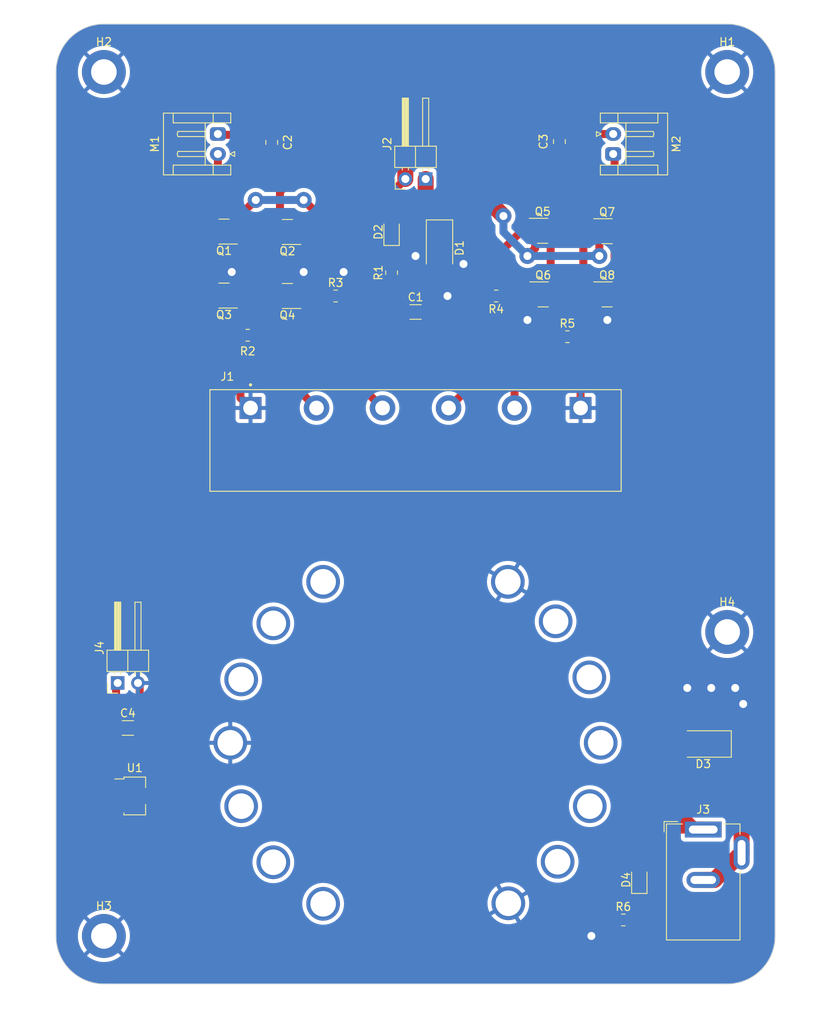
<source format=kicad_pcb>
(kicad_pcb (version 20221018) (generator pcbnew)
  (layers (0 "F.Cu" signal) (31 "B.Cu" signal) (34 "B.Paste" user) (35 "F.Paste" user) (36 "B.SilkS" user "B.Silkscreen") (37 "F.SilkS" user "F.Silkscreen") (38 "B.Mask" user) (39 "F.Mask" user) (44 "Edge.Cuts" user))
  (net 0 "")
  (net 1 "+6V")
  (net 2 "GND")
  (net 3 "Net-(M1-+)")
  (net 4 "Net-(M1--)")
  (net 5 "Net-(M2-+)")
  (net 6 "Net-(M2--)")
  (net 7 "/GND_CONNECTOR")
  (net 8 "Net-(D2-K)")
  (net 9 "MOTOR_1A")
  (net 10 "MOTOR_1B")
  (net 11 "MOTOR_2A")
  (net 12 "MOTOR_2B")
  (net 13 "/MCU_POWER")
  (net 14 "Net-(D3-K)")
  (net 15 "Net-(D4-K)")
  (footprint "Resistor_SMD:R_0805_2012Metric" (layer "F.Cu") (at 70 82.9125 180)
    (fp_text reference "R2" (at 0 -2) (layer "F.SilkS"))
    (fp_text value "1k2")
    (fp_line (start -0.227064 -0.735) (end 0.227064 -0.735) (stroke (width 0.12)) (layer "F.SilkS"))
    (fp_line (start -0.227064 0.735) (end 0.227064 0.735) (stroke (width 0.12)) (layer "F.SilkS"))
    (pad "1" smd roundrect (at -0.9125 0 180) (size 1.025 1.4) (layers "F.Cu" "F.Paste" "F.Mask") (roundrect_rratio 0.243902439) (net 9 "MOTOR_1A"))
    (pad "2" smd roundrect (at 0.9125 0 180) (size 1.025 1.4) (layers "F.Cu" "F.Paste" "F.Mask") (roundrect_rratio 0.243902439) (net 2 "GND"))
  )
  (footprint "LED_SMD:LED_0805_2012Metric" (layer "F.Cu") (at 119 151 90)
    (fp_text reference "D4" (at 0 -1.65 90) (layer "F.SilkS"))
    (fp_text value "GREEN")
    (fp_line (start -1.685 -0.96) (end -1.685 0.96) (stroke (width 0.12)) (layer "F.SilkS"))
    (fp_line (start -1.685 0.96) (end 1 0.96) (stroke (width 0.12)) (layer "F.SilkS"))
    (fp_line (start 1 -0.96) (end -1.685 -0.96) (stroke (width 0.12)) (layer "F.SilkS"))
    (pad "1" smd roundrect (at -0.9375 0 90) (size 0.975 1.4) (layers "F.Cu" "F.Paste" "F.Mask") (net 15 "Net-(D4-K)"))
    (pad "2" smd roundrect (at 0.9375 0 90) (size 0.975 1.4) (layers "F.Cu" "F.Paste" "F.Mask") (net 1 "+6V"))
  )
  (footprint "Connector_JST:JST_EH_S2B-EH_1x02_P2.50mm_Horizontal" (layer "F.Cu") (at 66.26625 60.25 90)
    (fp_text reference "M1" (at 1.25 -7.9 90) (layer "F.SilkS"))
    (fp_text value "Motor_DC")
    (fp_line (start -2.61 -6.81) (end 5.11 -6.81) (stroke (width 0.12)) (layer "F.SilkS"))
    (fp_line (start -2.61 -5.59) (end -1.39 -5.59) (stroke (width 0.12)) (layer "F.SilkS"))
    (fp_line (start -2.61 1.61) (end -2.61 -6.81) (stroke (width 0.12)) (layer "F.SilkS"))
    (fp_line (start -1.39 -5.59) (end -1.39 -0.59) (stroke (width 0.12)) (layer "F.SilkS"))
    (fp_line (start -1.39 -1.59) (end 3.89 -1.59) (stroke (width 0.12)) (layer "F.SilkS"))
    (fp_line (start -1.39 -0.59) (end -2.61 -0.59) (stroke (width 0.12)) (layer "F.SilkS"))
    (fp_line (start -1.39 -0.59) (end -1.39 1.61) (stroke (width 0.12)) (layer "F.SilkS"))
    (fp_line (start -1.39 1.61) (end -2.61 1.61) (stroke (width 0.12)) (layer "F.SilkS"))
    (fp_line (start -0.32 -5.01) (end 0 -5.09) (stroke (width 0.12)) (layer "F.SilkS"))
    (fp_line (start -0.32 -1.59) (end -0.32 -5.01) (stroke (width 0.12)) (layer "F.SilkS"))
    (fp_line (start -0.3 2.1) (end 0.3 2.1) (stroke (width 0.12)) (layer "F.SilkS"))
    (fp_line (start 0 -5.09) (end 0.32 -5.01) (stroke (width 0.12)) (layer "F.SilkS"))
    (fp_line (start 0 -1.59) (end -0.32 -1.59) (stroke (width 0.12)) (layer "F.SilkS"))
    (fp_line (start 0 1.5) (end -0.3 2.1) (stroke (width 0.12)) (layer "F.SilkS"))
    (fp_line (start 0.3 2.1) (end 0 1.5) (stroke (width 0.12)) (layer "F.SilkS"))
    (fp_line (start 0.32 -5.01) (end 0.32 -1.59) (stroke (width 0.12)) (layer "F.SilkS"))
    (fp_line (start 0.32 -1.59) (end 0 -1.59) (stroke (width 0.12)) (layer "F.SilkS"))
    (fp_line (start 1.17 -0.59) (end 1.33 -0.59) (stroke (width 0.12)) (layer "F.SilkS"))
    (fp_line (start 2.18 -5.01) (end 2.5 -5.09) (stroke (width 0.12)) (layer "F.SilkS"))
    (fp_line (start 2.18 -1.59) (end 2.18 -5.01) (stroke (width 0.12)) (layer "F.SilkS"))
    (fp_line (start 2.5 -5.09) (end 2.82 -5.01) (stroke (width 0.12)) (layer "F.SilkS"))
    (fp_line (start 2.5 -1.59) (end 2.18 -1.59) (stroke (width 0.12)) (layer "F.SilkS"))
    (fp_line (start 2.82 -5.01) (end 2.82 -1.59) (stroke (width 0.12)) (layer "F.SilkS"))
    (fp_line (start 2.82 -1.59) (end 2.5 -1.59) (stroke (width 0.12)) (layer "F.SilkS"))
    (fp_line (start 3.89 -5.59) (end 3.89 -0.59) (stroke (width 0.12)) (layer "F.SilkS"))
    (fp_line (start 3.89 -0.59) (end 5.11 -0.59) (stroke (width 0.12)) (layer "F.SilkS"))
    (fp_line (start 3.89 1.61) (end 3.89 -0.59) (stroke (width 0.12)) (layer "F.SilkS"))
    (fp_line (start 5.11 -6.81) (end 5.11 1.61) (stroke (width 0.12)) (layer "F.SilkS"))
    (fp_line (start 5.11 -5.59) (end 3.89 -5.59) (stroke (width 0.12)) (layer "F.SilkS"))
    (fp_line (start 5.11 1.61) (end 3.89 1.61) (stroke (width 0.12)) (layer "F.SilkS"))
    (pad "1" thru_hole oval (at 0 0 90) (size 1.7 2) (drill 1) (layers "*.Cu" "*.Mask") (net 3 "Net-(M1-+)"))
    (pad "2" thru_hole roundrect (at 2.5 0 90) (size 1.7 2) (drill 1) (layers "*.Cu" "*.Mask") (net 4 "Net-(M1--)"))
  )
  (footprint "Package_TO_SOT_SMD:SOT-23" (layer "F.Cu") (at 114.96875 69.9)
    (fp_text reference "Q7" (at 0 -2.4) (layer "F.SilkS"))
    (fp_text value "AO3401A")
    (fp_line (start 0 -1.56) (end -1.675 -1.56) (stroke (width 0.12)) (layer "F.SilkS"))
    (fp_line (start 0 -1.56) (end 0.65 -1.56) (stroke (width 0.12)) (layer "F.SilkS"))
    (fp_line (start 0 1.56) (end -0.65 1.56) (stroke (width 0.12)) (layer "F.SilkS"))
    (fp_line (start 0 1.56) (end 0.65 1.56) (stroke (width 0.12)) (layer "F.SilkS"))
    (pad "1" smd roundrect (at -0.9375 -0.95) (size 1.475 0.6) (layers "F.Cu" "F.Paste" "F.Mask") (net 12 "MOTOR_2B"))
    (pad "2" smd roundrect (at -0.9375 0.95) (size 1.475 0.6) (layers "F.Cu" "F.Paste" "F.Mask") (net 1 "+6V"))
    (pad "3" smd roundrect (at 0.9375 0) (size 1.475 0.6) (layers "F.Cu" "F.Paste" "F.Mask") (net 6 "Net-(M2--)"))
  )
  (footprint "SEWALLI" (layer "F.Cu") (at 73.5935 119.249 50)
    (fp_text reference "IO12" hide)
    (fp_text value "SEWTAP-ALLIGATOR" hide)
    (pad "P$1" thru_hole circle (at 0 -0.508 50) (size 4.216 4.216) (drill 3.2) (layers "*.Cu" "*.Mask"))
  )
  (footprint "Diode_SMD:D_SMA" (layer "F.Cu") (at 127 134 180)
    (fp_text reference "D3" (at 0 -2.5) (layer "F.SilkS"))
    (fp_text value "D")
    (fp_line (start -3.51 -1.65) (end -3.51 1.65) (stroke (width 0.12)) (layer "F.SilkS"))
    (fp_line (start -3.51 -1.65) (end 2 -1.65) (stroke (width 0.12)) (layer "F.SilkS"))
    (fp_line (start -3.51 1.65) (end 2 1.65) (stroke (width 0.12)) (layer "F.SilkS"))
    (pad "1" smd roundrect (at -2 0 180) (size 2.5 1.8) (layers "F.Cu" "F.Paste" "F.Mask") (roundrect_rratio 0.1388888889) (net 14 "Net-(D3-K)"))
    (pad "2" smd roundrect (at 2 0 180) (size 2.5 1.8) (layers "F.Cu" "F.Paste" "F.Mask") (roundrect_rratio 0.1388888889) (net 2 "GND"))
  )
  (footprint "Package_TO_SOT_SMD:SOT-23" (layer "F.Cu") (at 106.90625 69.85)
    (fp_text reference "Q5" (at 0 -2.4) (layer "F.SilkS"))
    (fp_text value "AO3401A")
    (fp_line (start 0 -1.56) (end -1.675 -1.56) (stroke (width 0.12)) (layer "F.SilkS"))
    (fp_line (start 0 -1.56) (end 0.65 -1.56) (stroke (width 0.12)) (layer "F.SilkS"))
    (fp_line (start 0 1.56) (end -0.65 1.56) (stroke (width 0.12)) (layer "F.SilkS"))
    (fp_line (start 0 1.56) (end 0.65 1.56) (stroke (width 0.12)) (layer "F.SilkS"))
    (pad "1" smd roundrect (at -0.9375 -0.95) (size 1.475 0.6) (layers "F.Cu" "F.Paste" "F.Mask") (net 11 "MOTOR_2A"))
    (pad "2" smd roundrect (at -0.9375 0.95) (size 1.475 0.6) (layers "F.Cu" "F.Paste" "F.Mask") (net 1 "+6V"))
    (pad "3" smd roundrect (at 0.9375 0) (size 1.475 0.6) (layers "F.Cu" "F.Paste" "F.Mask") (net 5 "Net-(M2-+)"))
  )
  (footprint "Capacitor_SMD:C_1206_3216Metric" (layer "F.Cu") (at 55 132)
    (fp_text reference "C4" (at 0 -1.85) (layer "F.SilkS"))
    (fp_text value "22u")
    (fp_line (start -0.711252 -0.91) (end 0.711252 -0.91) (stroke (width 0.12)) (layer "F.SilkS"))
    (fp_line (start -0.711252 0.91) (end 0.711252 0.91) (stroke (width 0.12)) (layer "F.SilkS"))
    (pad "1" smd roundrect (at -1.475 0) (size 1.15 1.8) (layers "F.Cu" "F.Paste" "F.Mask") (roundrect_rratio 0.2173913043) (net 13 "/MCU_POWER"))
    (pad "2" smd roundrect (at 1.475 0) (size 1.15 1.8) (layers "F.Cu" "F.Paste" "F.Mask") (roundrect_rratio 0.2173913043) (net 2 "GND"))
  )
  (footprint "MountingHole:MountingHole_3.2mm_M3_ISO14580_Pad" (layer "F.Cu") (at 130 120)
    (fp_text reference "H4" (at 0 -3.75) (layer "F.SilkS"))
    (fp_text value "MountingHole_Pad")
    (pad "1" thru_hole circle (at 0 0) (size 5.5 5.5) (drill 3.2) (layers "*.Cu" "*.Mask") (net 2 "GND"))
  )
  (footprint "SEWALLI" (layer "F.Cu") (at 108.3915 148.3955 -130)
    (fp_text reference "SCL0" hide)
    (fp_text value "SEWTAP-ALLIGATOR" hide)
    (pad "P$1" thru_hole circle (at 0 -0.508 230) (size 4.216 4.216) (drill 3.2) (layers "*.Cu" "*.Mask"))
  )
  (footprint "SEWALLI" (layer "F.Cu") (at 102.359 153.4755 -150)
    (fp_text reference "GND3TAP0" hide)
    (fp_text value "SEWTAP-ALLIGATOR" hide)
    (pad "P$1" thru_hole circle (at 0 -0.508 210) (size 4.216 4.216) (drill 3.2) (layers "*.Cu" "*.Mask") (net 2 "GND"))
  )
  (footprint "Resistor_SMD:R_0805_2012Metric" (layer "F.Cu") (at 81 78)
    (fp_text reference "R3" (at 0 -1.65) (layer "F.SilkS"))
    (fp_text value "1k2")
    (fp_line (start -0.227064 -0.735) (end 0.227064 -0.735) (stroke (width 0.12)) (layer "F.SilkS"))
    (fp_line (start -0.227064 0.735) (end 0.227064 0.735) (stroke (width 0.12)) (layer "F.SilkS"))
    (pad "1" smd roundrect (at -0.9125 0) (size 1.025 1.4) (layers "F.Cu" "F.Paste" "F.Mask") (roundrect_rratio 0.243902439) (net 10 "MOTOR_1B"))
    (pad "2" smd roundrect (at 0.9125 0) (size 1.025 1.4) (layers "F.Cu" "F.Paste" "F.Mask") (roundrect_rratio 0.243902439) (net 2 "GND"))
  )
  (footprint "SEWALLI" (layer "F.Cu") (at 102.2955 114.169 -30)
    (fp_text reference "GNDTAP2" hide)
    (fp_text value "SEWTAP-ALLIGATOR" hide)
    (pad "P$1" thru_hole circle (at 0 -0.508 330) (size 4.216 4.216) (drill 3.2) (layers "*.Cu" "*.Mask") (net 2 "GND"))
  )
  (footprint "SEWALLI" (layer "F.Cu") (at 108.1375 118.995 -50)
    (fp_text reference "TX0" hide)
    (fp_text value "SEWTAP-ALLIGATOR" hide)
    (pad "P$1" thru_hole circle (at 0 -0.508 310) (size 4.216 4.216) (drill 3.2) (layers "*.Cu" "*.Mask"))
  )
  (footprint "Package_TO_SOT_SMD:SOT-23" (layer "F.Cu") (at 67.03125 69.95 180)
    (fp_text reference "Q1" (at 0 -2.4) (layer "F.SilkS"))
    (fp_text value "AO3401A")
    (fp_line (start 0 -1.56) (end -1.675 -1.56) (stroke (width 0.12)) (layer "F.SilkS"))
    (fp_line (start 0 -1.56) (end 0.65 -1.56) (stroke (width 0.12)) (layer "F.SilkS"))
    (fp_line (start 0 1.56) (end -0.65 1.56) (stroke (width 0.12)) (layer "F.SilkS"))
    (fp_line (start 0 1.56) (end 0.65 1.56) (stroke (width 0.12)) (layer "F.SilkS"))
    (pad "1" smd roundrect (at -0.9375 -0.95 180) (size 1.475 0.6) (layers "F.Cu" "F.Paste" "F.Mask") (net 9 "MOTOR_1A"))
    (pad "2" smd roundrect (at -0.9375 0.95 180) (size 1.475 0.6) (layers "F.Cu" "F.Paste" "F.Mask") (net 1 "+6V"))
    (pad "3" smd roundrect (at 0.9375 0 180) (size 1.475 0.6) (layers "F.Cu" "F.Paste" "F.Mask") (net 3 "Net-(M1-+)"))
  )
  (footprint "Resistor_SMD:R_0805_2012Metric" (layer "F.Cu") (at 117 156)
    (fp_text reference "R6" (at 0 -1.65) (layer "F.SilkS"))
    (fp_text value "1k2")
    (fp_line (start -0.227064 -0.735) (end 0.227064 -0.735) (stroke (width 0.12)) (layer "F.SilkS"))
    (fp_line (start -0.227064 0.735) (end 0.227064 0.735) (stroke (width 0.12)) (layer "F.SilkS"))
    (pad "1" smd roundrect (at -0.9125 0) (size 1.025 1.4) (layers "F.Cu" "F.Paste" "F.Mask") (roundrect_rratio 0.243902439) (net 2 "GND"))
    (pad "2" smd roundrect (at 0.9125 0) (size 1.025 1.4) (layers "F.Cu" "F.Paste" "F.Mask") (roundrect_rratio 0.243902439) (net 15 "Net-(D4-K)"))
  )
  (footprint "SEWALLI" (layer "F.Cu") (at 68.323 133.854 90)
    (fp_text reference "GNDTAP0" hide)
    (fp_text value "SEWTAP-ALLIGATOR" hide)
    (pad "P$1" thru_hole circle (at 0 -0.508 90) (size 4.216 4.216) (drill 3.2) (layers "*.Cu" "*.Mask") (net 2 "GND"))
  )
  (footprint "Package_TO_SOT_SMD:SOT-23" (layer "F.Cu") (at 74.96875 78 180)
    (fp_text reference "Q4" (at 0 -2.4) (layer "F.SilkS"))
    (fp_text value "AO3400A")
    (fp_line (start 0 -1.56) (end -1.675 -1.56) (stroke (width 0.12)) (layer "F.SilkS"))
    (fp_line (start 0 -1.56) (end 0.65 -1.56) (stroke (width 0.12)) (layer "F.SilkS"))
    (fp_line (start 0 1.56) (end -0.65 1.56) (stroke (width 0.12)) (layer "F.SilkS"))
    (fp_line (start 0 1.56) (end 0.65 1.56) (stroke (width 0.12)) (layer "F.SilkS"))
    (pad "1" smd roundrect (at -0.9375 -0.95 180) (size 1.475 0.6) (layers "F.Cu" "F.Paste" "F.Mask") (net 10 "MOTOR_1B"))
    (pad "2" smd roundrect (at -0.9375 0.95 180) (size 1.475 0.6) (layers "F.Cu" "F.Paste" "F.Mask") (net 2 "GND"))
    (pad "3" smd roundrect (at 0.9375 0 180) (size 1.475 0.6) (layers "F.Cu" "F.Paste" "F.Mask") (net 4 "Net-(M1--)"))
  )
  (footprint "Capacitor_SMD:C_1206_3216Metric" (layer "F.Cu") (at 91 80)
    (fp_text reference "C1" (at 0 -1.85) (layer "F.SilkS"))
    (fp_text value "22u")
    (fp_line (start -0.711252 -0.91) (end 0.711252 -0.91) (stroke (width 0.12)) (layer "F.SilkS"))
    (fp_line (start -0.711252 0.91) (end 0.711252 0.91) (stroke (width 0.12)) (layer "F.SilkS"))
    (pad "1" smd roundrect (at -1.475 0) (size 1.15 1.8) (layers "F.Cu" "F.Paste" "F.Mask") (roundrect_rratio 0.2173913043) (net 1 "+6V"))
    (pad "2" smd roundrect (at 1.475 0) (size 1.15 1.8) (layers "F.Cu" "F.Paste" "F.Mask") (roundrect_rratio 0.2173913043) (net 2 "GND"))
  )
  (footprint "Package_TO_SOT_SMD:SOT-23" (layer "F.Cu") (at 67.03125 77.95 180)
    (fp_text reference "Q3" (at 0 -2.4) (layer "F.SilkS"))
    (fp_text value "AO3400A")
    (fp_line (start 0 -1.56) (end -1.675 -1.56) (stroke (width 0.12)) (layer "F.SilkS"))
    (fp_line (start 0 -1.56) (end 0.65 -1.56) (stroke (width 0.12)) (layer "F.SilkS"))
    (fp_line (start 0 1.56) (end -0.65 1.56) (stroke (width 0.12)) (layer "F.SilkS"))
    (fp_line (start 0 1.56) (end 0.65 1.56) (stroke (width 0.12)) (layer "F.SilkS"))
    (pad "1" smd roundrect (at -0.9375 -0.95 180) (size 1.475 0.6) (layers "F.Cu" "F.Paste" "F.Mask") (net 9 "MOTOR_1A"))
    (pad "2" smd roundrect (at -0.9375 0.95 180) (size 1.475 0.6) (layers "F.Cu" "F.Paste" "F.Mask") (net 2 "GND"))
    (pad "3" smd roundrect (at 0.9375 0 180) (size 1.475 0.6) (layers "F.Cu" "F.Paste" "F.Mask") (net 3 "Net-(M1-+)"))
  )
  (footprint "Connector_PinHeader_2.54mm:PinHeader_1x02_P2.54mm_Horizontal" (layer "F.Cu") (at 89.725 63.375 90)
    (fp_text reference "J2" (at 4.385 -2.27 90) (layer "F.SilkS"))
    (fp_text value "Conn_01x02")
    (fp_line (start -1.27 -1.27) (end 0 -1.27) (stroke (width 0.12)) (layer "F.SilkS"))
    (fp_line (start -1.27 0) (end -1.27 -1.27) (stroke (width 0.12)) (layer "F.SilkS"))
    (fp_line (start 1.042929 2.16) (end 1.44 2.16) (stroke (width 0.12)) (layer "F.SilkS"))
    (fp_line (start 1.042929 2.92) (end 1.44 2.92) (stroke (width 0.12)) (layer "F.SilkS"))
    (fp_line (start 1.11 -0.38) (end 1.44 -0.38) (stroke (width 0.12)) (layer "F.SilkS"))
    (fp_line (start 1.11 0.38) (end 1.44 0.38) (stroke (width 0.12)) (layer "F.SilkS"))
    (fp_line (start 1.44 -1.33) (end 1.44 3.87) (stroke (width 0.12)) (layer "F.SilkS"))
    (fp_line (start 1.44 1.27) (end 4.1 1.27) (stroke (width 0.12)) (layer "F.SilkS"))
    (fp_line (start 1.44 3.87) (end 4.1 3.87) (stroke (width 0.12)) (layer "F.SilkS"))
    (fp_line (start 4.1 -1.33) (end 1.44 -1.33) (stroke (width 0.12)) (layer "F.SilkS"))
    (fp_line (start 4.1 -0.38) (end 10.1 -0.38) (stroke (width 0.12)) (layer "F.SilkS"))
    (fp_line (start 4.1 -0.32) (end 10.1 -0.32) (stroke (width 0.12)) (layer "F.SilkS"))
    (fp_line (start 4.1 -0.2) (end 10.1 -0.2) (stroke (width 0.12)) (layer "F.SilkS"))
    (fp_line (start 4.1 -0.08) (end 10.1 -0.08) (stroke (width 0.12)) (layer "F.SilkS"))
    (fp_line (start 4.1 0.04) (end 10.1 0.04) (stroke (width 0.12)) (layer "F.SilkS"))
    (fp_line (start 4.1 0.16) (end 10.1 0.16) (stroke (width 0.12)) (layer "F.SilkS"))
    (fp_line (start 4.1 0.28) (end 10.1 0.28) (stroke (width 0.12)) (layer "F.SilkS"))
    (fp_line (start 4.1 2.16) (end 10.1 2.16) (stroke (width 0.12)) (layer "F.SilkS"))
    (fp_line (start 4.1 3.87) (end 4.1 -1.33) (stroke (width 0.12)) (layer "F.SilkS"))
    (fp_line (start 10.1 -0.38) (end 10.1 0.38) (stroke (width 0.12)) (layer "F.SilkS"))
    (fp_line (start 10.1 0.38) (end 4.1 0.38) (stroke (width 0.12)) (layer "F.SilkS"))
    (fp_line (start 10.1 2.16) (end 10.1 2.92) (stroke (width 0.12)) (layer "F.SilkS"))
    (fp_line (start 10.1 2.92) (end 4.1 2.92) (stroke (width 0.12)) (layer "F.SilkS"))
    (pad "1" thru_hole circle (at 0 0 90) (size 1.7 1.7) (drill 1) (layers "*.Cu" "*.Mask") (net 1 "+6V"))
    (pad "2" thru_hole rect (at 0 2.54 90) (size 1.7 1.7) (drill 1) (layers "*.Cu" "*.Mask") (net 7 "/GND_CONNECTOR"))
  )
  (footprint "SEWALLI" (layer "F.Cu") (at 69.6565 141.601 110)
    (fp_text reference "IO9" hide)
    (fp_text value "SEWTAP-ALLIGATOR" hide)
    (pad "P$1" thru_hole circle (at 0 -0.508 110) (size 4.216 4.216) (drill 3.2) (layers "*.Cu" "*.Mask"))
  )
  (footprint "Capacitor_SMD:C_0805_2012Metric" (layer "F.Cu") (at 73 58.8 90)
    (fp_text reference "C2" (at 0 2 90) (layer "F.SilkS"))
    (fp_text value "22n")
    (fp_line (start -0.261252 -0.735) (end 0.261252 -0.735) (stroke (width 0.12)) (layer "F.SilkS"))
    (fp_line (start -0.261252 0.735) (end 0.261252 0.735) (stroke (width 0.12)) (layer "F.SilkS"))
    (pad "1" smd roundrect (at -0.95 0 90) (size 1 1.45) (layers "F.Cu" "F.Paste" "F.Mask") (net 3 "Net-(M1-+)"))
    (pad "2" smd roundrect (at 0.95 0 90) (size 1 1.45) (layers "F.Cu" "F.Paste" "F.Mask") (net 4 "Net-(M1--)"))
  )
  (footprint "MountingHole:MountingHole_3.2mm_M3_ISO14580_Pad" (layer "F.Cu") (at 52 158)
    (fp_text reference "H3" (at 0 -3.75) (layer "F.SilkS"))
    (fp_text value "MountingHole_Pad")
    (pad "1" thru_hole circle (at 0 0) (size 5.5 5.5) (drill 3.2) (layers "*.Cu" "*.Mask") (net 2 "GND"))
  )
  (footprint "SEWALLI" (layer "F.Cu") (at 112.265 125.853 -70)
    (fp_text reference "RX0" hide)
    (fp_text value "SEWTAP-ALLIGATOR" hide)
    (pad "P$1" thru_hole circle (at 0 -0.508 290) (size 4.216 4.216) (drill 3.2) (layers "*.Cu" "*.Mask"))
  )
  (footprint "Resistor_SMD:R_0805_2012Metric" (layer "F.Cu") (at 110 83.0875)
    (fp_text reference "R5" (at 0 -1.65) (layer "F.SilkS"))
    (fp_text value "1k2")
    (fp_line (start -0.227064 -0.735) (end 0.227064 -0.735) (stroke (width 0.12)) (layer "F.SilkS"))
    (fp_line (start -0.227064 0.735) (end 0.227064 0.735) (stroke (width 0.12)) (layer "F.SilkS"))
    (pad "1" smd roundrect (at -0.9125 0) (size 1.025 1.4) (layers "F.Cu" "F.Paste" "F.Mask") (roundrect_rratio 0.243902439) (net 12 "MOTOR_2B"))
    (pad "2" smd roundrect (at 0.9125 0) (size 1.025 1.4) (layers "F.Cu" "F.Paste" "F.Mask") (roundrect_rratio 0.243902439) (net 2 "GND"))
  )
  (footprint "Diode_SMD:D_SMA" (layer "F.Cu") (at 94 72 -90)
    (fp_text reference "D1" (at 0 -2.5 90) (layer "F.SilkS"))
    (fp_text value "D")
    (fp_line (start -3.51 -1.65) (end -3.51 1.65) (stroke (width 0.12)) (layer "F.SilkS"))
    (fp_line (start -3.51 -1.65) (end 2 -1.65) (stroke (width 0.12)) (layer "F.SilkS"))
    (fp_line (start -3.51 1.65) (end 2 1.65) (stroke (width 0.12)) (layer "F.SilkS"))
    (pad "1" smd roundrect (at -2 0 270) (size 2.5 1.8) (layers "F.Cu" "F.Paste" "F.Mask") (roundrect_rratio 0.1388888889) (net 7 "/GND_CONNECTOR"))
    (pad "2" smd roundrect (at 2 0 270) (size 2.5 1.8) (layers "F.Cu" "F.Paste" "F.Mask") (roundrect_rratio 0.1388888889) (net 2 "GND"))
  )
  (footprint "Capacitor_SMD:C_0805_2012Metric" (layer "F.Cu") (at 109 58.7 -90)
    (fp_text reference "C3" (at 0 2 90) (layer "F.SilkS"))
    (fp_text value "22n")
    (fp_line (start -0.261252 -0.735) (end 0.261252 -0.735) (stroke (width 0.12)) (layer "F.SilkS"))
    (fp_line (start -0.261252 0.735) (end 0.261252 0.735) (stroke (width 0.12)) (layer "F.SilkS"))
    (pad "1" smd roundrect (at -0.95 0 270) (size 1 1.45) (layers "F.Cu" "F.Paste" "F.Mask") (net 5 "Net-(M2-+)"))
    (pad "2" smd roundrect (at 0.95 0 270) (size 1 1.45) (layers "F.Cu" "F.Paste" "F.Mask") (net 6 "Net-(M2--)"))
  )
  (footprint "SEWALLI" (layer "F.Cu") (at 113.662 133.854 -90)
    (fp_text reference "UNK3.3VTAP0" hide)
    (fp_text value "SEWTAP-ALLIGATOR" hide)
    (pad "P$1" thru_hole circle (at 0 -0.508 270) (size 4.216 4.216) (drill 3.2) (layers "*.Cu" "*.Mask"))
  )
  (footprint "SEWALLI" (layer "F.Cu") (at 79.6895 114.169 30)
    (fp_text reference "VCC2" hide)
    (fp_text value "SEWTAP-ALLIGATOR" hide)
    (pad "P$1" thru_hole circle (at 0 -0.508 30) (size 4.216 4.216) (drill 3.2) (layers "*.Cu" "*.Mask"))
  )
  (footprint "Resistor_SMD:R_0805_2012Metric" (layer "F.Cu") (at 101.0875 78 180)
    (fp_text reference "R4" (at 0 -1.65) (layer "F.SilkS"))
    (fp_text value "1k2")
    (fp_line (start -0.227064 -0.735) (end 0.227064 -0.735) (stroke (width 0.12)) (layer "F.SilkS"))
    (fp_line (start -0.227064 0.735) (end 0.227064 0.735) (stroke (width 0.12)) (layer "F.SilkS"))
    (pad "1" smd roundrect (at -0.9125 0 180) (size 1.025 1.4) (layers "F.Cu" "F.Paste" "F.Mask") (roundrect_rratio 0.243902439) (net 11 "MOTOR_2A"))
    (pad "2" smd roundrect (at 0.9125 0 180) (size 1.025 1.4) (layers "F.Cu" "F.Paste" "F.Mask") (roundrect_rratio 0.243902439) (net 2 "GND"))
  )
  (footprint "Package_TO_SOT_SMD:SOT-89-3" (layer "F.Cu") (at 55.8625 140.5)
    (fp_text reference "U1" (at 0 -3.5) (layer "F.SilkS"))
    (fp_text value "L78L05_SOT89")
    (fp_line (start -2.5 -2.13) (end -1.36 -2.13) (stroke (width 0.12)) (layer "F.SilkS"))
    (fp_line (start -1.36 -2.36) (end -1.36 -2.13) (stroke (width 0.12)) (layer "F.SilkS"))
    (fp_line (start -1.36 -2.36) (end 1.36 -2.36) (stroke (width 0.12)) (layer "F.SilkS"))
    (fp_line (start -1.36 2.36) (end -1.36 2.13) (stroke (width 0.12)) (layer "F.SilkS"))
    (fp_line (start 1.36 -2.36) (end 1.36 -1.05) (stroke (width 0.12)) (layer "F.SilkS"))
    (fp_line (start 1.36 1.05) (end 1.36 2.36) (stroke (width 0.12)) (layer "F.SilkS"))
    (fp_line (start 1.36 2.36) (end -1.36 2.36) (stroke (width 0.12)) (layer "F.SilkS"))
    (pad "1" smd rect (at -1.95 -1.5) (size 1.3 0.9) (layers "F.Cu" "F.Paste" "F.Mask") (net 13 "/MCU_POWER"))
    (pad "2" smd custom (at -1.8625 0) (size 1.475 0.9) (layers "F.Cu" "F.Paste" "F.Mask") (net 2 "GND") (options (clearance outline) (anchor rect)) (primitives (gr_poly (pts (xy 3.8625 0.8665) (xy 0.7375 0.8665) (xy 0.7375 -0.8665) (xy 3.8625 -0.8665)) (width 0) (fill yes))))
    (pad "3" smd rect (at -1.95 1.5) (size 1.3 0.9) (layers "F.Cu" "F.Paste" "F.Mask") (net 1 "+6V"))
  )
  (footprint "Package_TO_SOT_SMD:SOT-23" (layer "F.Cu") (at 74.96875 70 180)
    (fp_text reference "Q2" (at 0 -2.4) (layer "F.SilkS"))
    (fp_text value "AO3401A")
    (fp_line (start 0 -1.56) (end -1.675 -1.56) (stroke (width 0.12)) (layer "F.SilkS"))
    (fp_line (start 0 -1.56) (end 0.65 -1.56) (stroke (width 0.12)) (layer "F.SilkS"))
    (fp_line (start 0 1.56) (end -0.65 1.56) (stroke (width 0.12)) (layer "F.SilkS"))
    (fp_line (start 0 1.56) (end 0.65 1.56) (stroke (width 0.12)) (layer "F.SilkS"))
    (pad "1" smd roundrect (at -0.9375 -0.95 180) (size 1.475 0.6) (layers "F.Cu" "F.Paste" "F.Mask") (net 10 "MOTOR_1B"))
    (pad "2" smd roundrect (at -0.9375 0.95 180) (size 1.475 0.6) (layers "F.Cu" "F.Paste" "F.Mask") (net 1 "+6V"))
    (pad "3" smd roundrect (at 0.9375 0 180) (size 1.475 0.6) (layers "F.Cu" "F.Paste" "F.Mask") (net 4 "Net-(M1--)"))
  )
  (footprint "Connector_BarrelJack:BarrelJack_GCT_DCJ200-10-A_Horizontal" (layer "F.Cu") (at 127 144.7)
    (fp_text reference "J3" (at 0 -2.5) (layer "F.SilkS"))
    (fp_text value "Barrel_Jack_Switch_Pin3Ring")
    (fp_line (start -4.9 -1) (end -4.9 0.3) (stroke (width 0.12)) (layer "F.SilkS"))
    (fp_line (start -4.6 -0.7) (end -2.6 -0.7) (stroke (width 0.12)) (layer "F.SilkS"))
    (fp_line (start -4.6 13.8) (end -4.6 -0.7) (stroke (width 0.12)) (layer "F.SilkS"))
    (fp_line (start -3.2 -1) (end -4.9 -1) (stroke (width 0.12)) (layer "F.SilkS"))
    (fp_line (start 2.6 -0.7) (end 4.6 -0.7) (stroke (width 0.12)) (layer "F.SilkS"))
    (fp_line (start 4.6 -0.7) (end 4.6 0.6) (stroke (width 0.12)) (layer "F.SilkS"))
    (fp_line (start 4.6 5.2) (end 4.6 13.8) (stroke (width 0.12)) (layer "F.SilkS"))
    (fp_line (start 4.6 13.8) (end -4.6 13.8) (stroke (width 0.12)) (layer "F.SilkS"))
    (pad "1" thru_hole rect (at 0 0) (size 4.6 2) (drill oval 3.6 1) (layers "*.Cu" "*.Mask") (net 1 "+6V"))
    (pad "2" thru_hole oval (at 0 6.3) (size 4.2 2) (drill oval 3.2 1) (layers "*.Cu" "*.Mask") (net 14 "Net-(D3-K)"))
    (pad "3" thru_hole oval (at 4.8 2.9) (size 2 4.2) (drill oval 1 3.2) (layers "*.Cu" "*.Mask") (net 14 "Net-(D3-K)"))
  )
  (footprint "Connector_PinHeader_2.54mm:PinHeader_1x02_P2.54mm_Horizontal" (layer "F.Cu") (at 53.725 126.375 90)
    (fp_text reference "J4" (at 4.385 -2.27 90) (layer "F.SilkS"))
    (fp_text value "Conn_01x02")
    (fp_line (start -1.27 -1.27) (end 0 -1.27) (stroke (width 0.12)) (layer "F.SilkS"))
    (fp_line (start -1.27 0) (end -1.27 -1.27) (stroke (width 0.12)) (layer "F.SilkS"))
    (fp_line (start 1.042929 2.16) (end 1.44 2.16) (stroke (width 0.12)) (layer "F.SilkS"))
    (fp_line (start 1.042929 2.92) (end 1.44 2.92) (stroke (width 0.12)) (layer "F.SilkS"))
    (fp_line (start 1.11 -0.38) (end 1.44 -0.38) (stroke (width 0.12)) (layer "F.SilkS"))
    (fp_line (start 1.11 0.38) (end 1.44 0.38) (stroke (width 0.12)) (layer "F.SilkS"))
    (fp_line (start 1.44 -1.33) (end 1.44 3.87) (stroke (width 0.12)) (layer "F.SilkS"))
    (fp_line (start 1.44 1.27) (end 4.1 1.27) (stroke (width 0.12)) (layer "F.SilkS"))
    (fp_line (start 1.44 3.87) (end 4.1 3.87) (stroke (width 0.12)) (layer "F.SilkS"))
    (fp_line (start 4.1 -1.33) (end 1.44 -1.33) (stroke (width 0.12)) (layer "F.SilkS"))
    (fp_line (start 4.1 -0.38) (end 10.1 -0.38) (stroke (width 0.12)) (layer "F.SilkS"))
    (fp_line (start 4.1 -0.32) (end 10.1 -0.32) (stroke (width 0.12)) (layer "F.SilkS"))
    (fp_line (start 4.1 -0.2) (end 10.1 -0.2) (stroke (width 0.12)) (layer "F.SilkS"))
    (fp_line (start 4.1 -0.08) (end 10.1 -0.08) (stroke (width 0.12)) (layer "F.SilkS"))
    (fp_line (start 4.1 0.04) (end 10.1 0.04) (stroke (width 0.12)) (layer "F.SilkS"))
    (fp_line (start 4.1 0.16) (end 10.1 0.16) (stroke (width 0.12)) (layer "F.SilkS"))
    (fp_line (start 4.1 0.28) (end 10.1 0.28) (stroke (width 0.12)) (layer "F.SilkS"))
    (fp_line (start 4.1 2.16) (end 10.1 2.16) (stroke (width 0.12)) (layer "F.SilkS"))
    (fp_line (start 4.1 3.87) (end 4.1 -1.33) (stroke (width 0.12)) (layer "F.SilkS"))
    (fp_line (start 10.1 -0.38) (end 10.1 0.38) (stroke (width 0.12)) (layer "F.SilkS"))
    (fp_line (start 10.1 0.38) (end 4.1 0.38) (stroke (width 0.12)) (layer "F.SilkS"))
    (fp_line (start 10.1 2.16) (end 10.1 2.92) (stroke (width 0.12)) (layer "F.SilkS"))
    (fp_line (start 10.1 2.92) (end 4.1 2.92) (stroke (width 0.12)) (layer "F.SilkS"))
    (pad "1" thru_hole rect (at 0 0 90) (size 1.7 1.7) (drill 1) (layers "*.Cu" "*.Mask") (net 13 "/MCU_POWER"))
    (pad "2" thru_hole oval (at 0 2.54 90) (size 1.7 1.7) (drill 1) (layers "*.Cu" "*.Mask") (net 2 "GND"))
  )
  (footprint "Package_TO_SOT_SMD:SOT-23" (layer "F.Cu") (at 114.96875 77.8)
    (fp_text reference "Q8" (at 0 -2.4) (layer "F.SilkS"))
    (fp_text value "AO3400A")
    (fp_line (start 0 -1.56) (end -1.675 -1.56) (stroke (width 0.12)) (layer "F.SilkS"))
    (fp_line (start 0 -1.56) (end 0.65 -1.56) (stroke (width 0.12)) (layer "F.SilkS"))
    (fp_line (start 0 1.56) (end -0.65 1.56) (stroke (width 0.12)) (layer "F.SilkS"))
    (fp_line (start 0 1.56) (end 0.65 1.56) (stroke (width 0.12)) (layer "F.SilkS"))
    (pad "1" smd roundrect (at -0.9375 -0.95) (size 1.475 0.6) (layers "F.Cu" "F.Paste" "F.Mask") (net 12 "MOTOR_2B"))
    (pad "2" smd roundrect (at -0.9375 0.95) (size 1.475 0.6) (layers "F.Cu" "F.Paste" "F.Mask") (net 2 "GND"))
    (pad "3" smd roundrect (at 0.9375 0) (size 1.475 0.6) (layers "F.Cu" "F.Paste" "F.Mask") (net 6 "Net-(M2--)"))
  )
  (footprint "adafriot:TE_2-1437667-9" (layer "F.Cu") (at 91 92)
    (fp_text reference "J1" (at -23.555 -3.925) (layer "F.SilkS"))
    (fp_text value "Controller_Interface_Terminal")
    (fp_line (start -25.73 -2.29) (end 25.73 -2.29) (stroke (width 0.127)) (layer "F.SilkS"))
    (fp_line (start -25.73 10.41) (end -25.73 -2.29) (stroke (width 0.127)) (layer "F.SilkS"))
    (fp_line (start 25.73 -2.29) (end 25.73 10.41) (stroke (width 0.127)) (layer "F.SilkS"))
    (fp_line (start 25.73 10.41) (end -25.73 10.41) (stroke (width 0.127)) (layer "F.SilkS"))
    (fp_circle (center -20.65 -2.89) (end -20.55 -2.89) (stroke (width 0.2)) (fill none) (layer "F.SilkS"))
    (pad "1" thru_hole rect (at -20.65 0) (size 2.745 2.745) (drill 1.83) (layers "*.Cu" "*.Mask") (net 2 "GND"))
    (pad "2" thru_hole circle (at -12.39 0) (size 3.2 3.2) (drill 1.83) (layers "*.Cu" "*.Mask") (net 9 "MOTOR_1A"))
    (pad "3" thru_hole circle (at -4.13 0) (size 3.2 3.2) (drill 1.83) (layers "*.Cu" "*.Mask") (net 10 "MOTOR_1B"))
    (pad "4" thru_hole circle (at 4.13 0) (size 3.2 3.2) (drill 1.83) (layers "*.Cu" "*.Mask") (net 11 "MOTOR_2A"))
    (pad "5" thru_hole circle (at 12.39 0) (size 3.2 3.2) (drill 1.83) (layers "*.Cu" "*.Mask") (net 12 "MOTOR_2B"))
    (pad "6" thru_hole rect (at 20.65 0) (size 2.745 2.745) (drill 1.83) (layers "*.Cu" "*.Mask") (net 2 "GND"))
  )
  (footprint "Package_TO_SOT_SMD:SOT-23" (layer "F.Cu") (at 106.96875 77.8)
    (fp_text reference "Q6" (at 0 -2.4) (layer "F.SilkS"))
    (fp_text value "AO3400A")
    (fp_line (start 0 -1.56) (end -1.675 -1.56) (stroke (width 0.12)) (layer "F.SilkS"))
    (fp_line (start 0 -1.56) (end 0.65 -1.56) (stroke (width 0.12)) (layer "F.SilkS"))
    (fp_line (start 0 1.56) (end -0.65 1.56) (stroke (width 0.12)) (layer "F.SilkS"))
    (fp_line (start 0 1.56) (end 0.65 1.56) (stroke (width 0.12)) (layer "F.SilkS"))
    (pad "1" smd roundrect (at -0.9375 -0.95) (size 1.475 0.6) (layers "F.Cu" "F.Paste" "F.Mask") (net 11 "MOTOR_2A"))
    (pad "2" smd roundrect (at -0.9375 0.95) (size 1.475 0.6) (layers "F.Cu" "F.Paste" "F.Mask") (net 2 "GND"))
    (pad "3" smd roundrect (at 0.9375 0) (size 1.475 0.6) (layers "F.Cu" "F.Paste" "F.Mask") (net 5 "Net-(M2-+)"))
  )
  (footprint "MountingHole:MountingHole_3.2mm_M3_ISO14580_Pad" (layer "F.Cu") (at 52 50)
    (fp_text reference "H2" (at 0 -3.75) (layer "F.SilkS"))
    (fp_text value "MountingHole_Pad")
    (pad "1" thru_hole circle (at 0 0) (size 5.5 5.5) (drill 3.2) (layers "*.Cu" "*.Mask") (net 2 "GND"))
  )
  (footprint "SEWALLI" (layer "F.Cu") (at 69.6565 126.107 70)
    (fp_text reference "D6" hide)
    (fp_text value "SEWTAP-ALLIGATOR" hide)
    (pad "P$1" thru_hole circle (at 0 -0.508 70) (size 4.216 4.216) (drill 3.2) (layers "*.Cu" "*.Mask"))
  )
  (footprint "MountingHole:MountingHole_3.2mm_M3_ISO14580_Pad" (layer "F.Cu") (at 130 50)
    (fp_text reference "H1" (at 0 -3.75) (layer "F.SilkS"))
    (fp_text value "MountingHole_Pad")
    (pad "1" thru_hole circle (at 0 0) (size 5.5 5.5) (drill 3.2) (layers "*.Cu" "*.Mask") (net 2 "GND"))
  )
  (footprint "SEWALLI" (layer "F.Cu") (at 73.5935 148.459 130)
    (fp_text reference "IO10" hide)
    (fp_text value "SEWTAP-ALLIGATOR" hide)
    (pad "P$1" thru_hole circle (at 0 -0.508 130) (size 4.216 4.216) (drill 3.2) (layers "*.Cu" "*.Mask"))
  )
  (footprint "SEWALLI" (layer "F.Cu") (at 112.3285 141.601 -110)
    (fp_text reference "SDA0" hide)
    (fp_text value "SEWTAP-ALLIGATOR" hide)
    (pad "P$1" thru_hole circle (at 0 -0.508 250) (size 4.216 4.216) (drill 3.2) (layers "*.Cu" "*.Mask"))
  )
  (footprint "Resistor_SMD:R_0805_2012Metric" (layer "F.Cu") (at 88 75.0875 90)
    (fp_text reference "R1" (at 0 -1.65 90) (layer "F.SilkS"))
    (fp_text value "1k2")
    (fp_line (start -0.227064 -0.735) (end 0.227064 -0.735) (stroke (width 0.12)) (layer "F.SilkS"))
    (fp_line (start -0.227064 0.735) (end 0.227064 0.735) (stroke (width 0.12)) (layer "F.SilkS"))
    (pad "1" smd roundrect (at -0.9125 0 90) (size 1.025 1.4) (layers "F.Cu" "F.Paste" "F.Mask") (roundrect_rratio 0.243902439) (net 2 "GND"))
    (pad "2" smd roundrect (at 0.9125 0 90) (size 1.025 1.4) (layers "F.Cu" "F.Paste" "F.Mask") (roundrect_rratio 0.243902439) (net 8 "Net-(D2-K)"))
  )
  (footprint "SEWALLI" (layer "F.Cu") (at 79.6895 153.539 150)
    (fp_text reference "UNK3V3TAP2" hide)
    (fp_text value "SEWTAP-ALLIGATOR" hide)
    (pad "P$1" thru_hole circle (at 0 -0.508 150) (size 4.216 4.216) (drill 3.2) (layers "*.Cu" "*.Mask"))
  )
  (footprint "Connector_JST:JST_EH_S2B-EH_1x02_P2.50mm_Horizontal" (layer "F.Cu") (at 115.73375 57.75 -90)
    (fp_text reference "M2" (at 1.25 -7.9 90) (layer "F.SilkS"))
    (fp_text value "Motor_DC")
    (fp_line (start -2.61 -6.81) (end 5.11 -6.81) (stroke (width 0.12)) (layer "F.SilkS"))
    (fp_line (start -2.61 -5.59) (end -1.39 -5.59) (stroke (width 0.12)) (layer "F.SilkS"))
    (fp_line (start -2.61 1.61) (end -2.61 -6.81) (stroke (width 0.12)) (layer "F.SilkS"))
    (fp_line (start -1.39 -5.59) (end -1.39 -0.59) (stroke (width 0.12)) (layer "F.SilkS"))
    (fp_line (start -1.39 -1.59) (end 3.89 -1.59) (stroke (width 0.12)) (layer "F.SilkS"))
    (fp_line (start -1.39 -0.59) (end -2.61 -0.59) (stroke (width 0.12)) (layer "F.SilkS"))
    (fp_line (start -1.39 -0.59) (end -1.39 1.61) (stroke (width 0.12)) (layer "F.SilkS"))
    (fp_line (start -1.39 1.61) (end -2.61 1.61) (stroke (width 0.12)) (layer "F.SilkS"))
    (fp_line (start -0.32 -5.01) (end 0 -5.09) (stroke (width 0.12)) (layer "F.SilkS"))
    (fp_line (start -0.32 -1.59) (end -0.32 -5.01) (stroke (width 0.12)) (layer "F.SilkS"))
    (fp_line (start -0.3 2.1) (end 0.3 2.1) (stroke (width 0.12)) (layer "F.SilkS"))
    (fp_line (start 0 -5.09) (end 0.32 -5.01) (stroke (width 0.12)) (layer "F.SilkS"))
    (fp_line (start 0 -1.59) (end -0.32 -1.59) (stroke (width 0.12)) (layer "F.SilkS"))
    (fp_line (start 0 1.5) (end -0.3 2.1) (stroke (width 0.12)) (layer "F.SilkS"))
    (fp_line (start 0.3 2.1) (end 0 1.5) (stroke (width 0.12)) (layer "F.SilkS"))
    (fp_line (start 0.32 -5.01) (end 0.32 -1.59) (stroke (width 0.12)) (layer "F.SilkS"))
    (fp_line (start 0.32 -1.59) (end 0 -1.59) (stroke (width 0.12)) (layer "F.SilkS"))
    (fp_line (start 1.17 -0.59) (end 1.33 -0.59) (stroke (width 0.12)) (layer "F.SilkS"))
    (fp_line (start 2.18 -5.01) (end 2.5 -5.09) (stroke (width 0.12)) (layer "F.SilkS"))
    (fp_line (start 2.18 -1.59) (end 2.18 -5.01) (stroke (width 0.12)) (layer "F.SilkS"))
    (fp_line (start 2.5 -5.09) (end 2.82 -5.01) (stroke (width 0.12)) (layer "F.SilkS"))
    (fp_line (start 2.5 -1.59) (end 2.18 -1.59) (stroke (width 0.12)) (layer "F.SilkS"))
    (fp_line (start 2.82 -5.01) (end 2.82 -1.59) (stroke (width 0.12)) (layer "F.SilkS"))
    (fp_line (start 2.82 -1.59) (end 2.5 -1.59) (stroke (width 0.12)) (layer "F.SilkS"))
    (fp_line (start 3.89 -5.59) (end 3.89 -0.59) (stroke (width 0.12)) (layer "F.SilkS"))
    (fp_line (start 3.89 -0.59) (end 5.11 -0.59) (stroke (width 0.12)) (layer "F.SilkS"))
    (fp_line (start 3.89 1.61) (end 3.89 -0.59) (stroke (width 0.12)) (layer "F.SilkS"))
    (fp_line (start 5.11 -6.81) (end 5.11 1.61) (stroke (width 0.12)) (layer "F.SilkS"))
    (fp_line (start 5.11 -5.59) (end 3.89 -5.59) (stroke (width 0.12)) (layer "F.SilkS"))
    (fp_line (start 5.11 1.61) (end 3.89 1.61) (stroke (width 0.12)) (layer "F.SilkS"))
    (pad "1" thru_hole oval (at 0 0 270) (size 1.7 2) (drill 1) (layers "*.Cu" "*.Mask") (net 5 "Net-(M2-+)"))
    (pad "2" thru_hole roundrect (at 2.5 0 270) (size 1.7 2) (drill 1) (layers "*.Cu" "*.Mask") (net 6 "Net-(M2--)"))
  )
  (footprint "LED_SMD:LED_0805_2012Metric" (layer "F.Cu") (at 88 70 90)
    (fp_text reference "D2" (at 0 -1.65 90) (layer "F.SilkS"))
    (fp_text value "GREEN")
    (fp_line (start -1.685 -0.96) (end -1.685 0.96) (stroke (width 0.12)) (layer "F.SilkS"))
    (fp_line (start -1.685 0.96) (end 1 0.96) (stroke (width 0.12)) (layer "F.SilkS"))
    (fp_line (start 1 -0.96) (end -1.685 -0.96) (stroke (width 0.12)) (layer "F.SilkS"))
    (pad "1" smd roundrect (at -0.9375 0 90) (size 0.975 1.4) (layers "F.Cu" "F.Paste" "F.Mask") (net 8 "Net-(D2-K)"))
    (pad "2" smd roundrect (at 0.9375 0 90) (size 0.975 1.4) (layers "F.Cu" "F.Paste" "F.Mask") (net 1 "+6V"))
  )
  (gr_arc (start 136 158) (mid 134.242641 162.242641) (end 130 164) (stroke (width 0.1)) (layer "Edge.Cuts"))
  (gr_line (start 136 158) (end 136 50) (stroke (width 0.1)) (layer "Edge.Cuts"))
  (gr_line (start 130 44) (end 52 44) (stroke (width 0.1)) (layer "Edge.Cuts"))
  (gr_arc (start 46 50) (mid 47.757359 45.757359) (end 52 44) (stroke (width 0.1)) (layer "Edge.Cuts"))
  (gr_arc (start 130 44) (mid 134.242641 45.757359) (end 136 50) (stroke (width 0.1)) (layer "Edge.Cuts"))
  (gr_line (start 46 50) (end 46 158) (stroke (width 0.1)) (layer "Edge.Cuts"))
  (gr_line (start 52 164) (end 130 164) (stroke (width 0.1)) (layer "Edge.Cuts"))
  (gr_arc (start 52 164) (mid 47.757359 162.242641) (end 46 158) (stroke (width 0.1)) (layer "Edge.Cuts"))
  (segment (start 70.96875 66) (end 67.96875 69) (width 1) (layer "F.Cu") (net 1))
  (segment (start 89.725 61.815) (end 89.725 63.375) (width 2) (layer "F.Cu") (net 1))
  (segment (start 121.3 144.7) (end 127 144.7) (width 1) (layer "F.Cu") (net 1))
  (segment (start 89.525 80) (end 87 80) (width 1) (layer "F.Cu") (net 1))
  (segment (start 129 58) (end 123 52) (width 2) (layer "F.Cu") (net 1))
  (segment (start 87 80) (end 85 78) (width 1) (layer "F.Cu") (net 1))
  (segment (start 71 66) (end 70.96875 66) (width 1) (layer "F.Cu") (net 1))
  (segment (start 114 70.88125) (end 114.03125 70.85) (width 1) (layer "F.Cu") (net 1))
  (segment (start 105.96875 72.03125) (end 105 73) (width 1) (layer "F.Cu") (net 1))
  (segment (start 89.05 64.05) (end 89.725 63.375) (width 1) (layer "F.Cu") (net 1))
  (segment (start 125.7 144.7) (end 121 140) (width 2) (layer "F.Cu") (net 1))
  (segment (start 79 69.05) (end 84.05 69.05) (width 1) (layer "F.Cu") (net 1))
  (segment (start 84.05 69.05) (end 85 68.1) (width 1) (layer "F.Cu") (net 1))
  (segment (start 79 69.05) (end 79 68) (width 1) (layer "F.Cu") (net 1))
  (segment (start 79 68) (end 77 66) (width 1) (layer "F.Cu") (net 1))
  (segment (start 75.90625 69.05) (end 79 69.05) (width 1) (layer "F.Cu") (net 1))
  (segment (start 88 65.1) (end 89.05 64.05) (width 1) (layer "F.Cu") (net 1))
  (segment (start 88 69.0625) (end 88 65.1) (width 1) (layer "F.Cu") (net 1))
  (segment (start 114 73) (end 114 70.88125) (width 1) (layer "F.Cu") (net 1))
  (segment (start 85 69) (end 84.1 69) (width 1) (layer "F.Cu") (net 1))
  (segment (start 85 68.1) (end 89.05 64.05) (width 1) (layer "F.Cu") (net 1))
  (segment (start 105.96875 70.8) (end 105.96875 72.03125) (width 1) (layer "F.Cu") (net 1))
  (segment (start 121 117) (end 129 109) (width 2) (layer "F.Cu") (net 1))
  (segment (start 72.9125 161) (end 105 161) (width 1) (layer "F.Cu") (net 1))
  (segment (start 84.1 69) (end 84.05 69.05) (width 1) (layer "F.Cu") (net 1))
  (segment (start 96.27 55.27) (end 89.725 61.815) (width 2) (layer "F.Cu") (net 1))
  (segment (start 99.54 52) (end 96.27 55.27) (width 2) (layer "F.Cu") (net 1))
  (segment (start 119 147) (end 121.3 144.7) (width 1) (layer "F.Cu") (net 1))
  (segment (start 127 144.7) (end 125.7 144.7) (width 2) (layer "F.Cu") (net 1))
  (segment (start 119 150.0625) (end 119 147) (width 1) (layer "F.Cu") (net 1))
  (segment (start 96.27 62.27) (end 102 68) (width 2) (layer "F.Cu") (net 1))
  (segment (start 121 140) (end 121 117) (width 2) (layer "F.Cu") (net 1))
  (segment (start 85 69) (end 85 68.1) (width 1) (layer "F.Cu") (net 1))
  (segment (start 129 109) (end 129 58) (width 2) (layer "F.Cu") (net 1))
  (segment (start 96.27 55.27) (end 96.27 62.27) (width 2) (layer "F.Cu") (net 1))
  (segment (start 53.9125 142) (end 72.9125 161) (width 1) (layer "F.Cu") (net 1))
  (segment (start 85 78) (end 85 69) (width 1) (layer "F.Cu") (net 1))
  (segment (start 105 161) (end 119 147) (width 1) (layer "F.Cu") (net 1))
  (segment (start 123 52) (end 99.54 52) (width 2) (layer "F.Cu") (net 1))
  (via (at 77 66) (size 2) (drill 1) (layers "F.Cu" "B.Cu") (net 1))
  (via (at 102 68) (size 2) (drill 1) (layers "F.Cu" "B.Cu") (net 1))
  (via (at 114 73) (size 2) (drill 1) (layers "F.Cu" "B.Cu") (net 1))
  (via (at 105 73) (size 2) (drill 1) (layers "F.Cu" "B.Cu") (net 1))
  (via (at 71 66) (size 2) (drill 1) (layers "F.Cu" "B.Cu") (net 1))
  (segment (start 105 73) (end 114 73) (width 1) (layer "B.Cu") (net 1))
  (segment (start 77 66) (end 71 66) (width 1) (layer "B.Cu") (net 1))
  (segment (start 105 73) (end 102 70) (width 1) (layer "B.Cu") (net 1))
  (segment (start 102 70) (end 102 68) (width 1) (layer "B.Cu") (net 1))
  (segment (start 111.65 81.13125) (end 114.03125 78.75) (width 1) (layer "F.Cu") (net 2))
  (segment (start 126.5 129.5) (end 128 128) (width 2) (layer "F.Cu") (net 2))
  (segment (start 67.96875 75.03125) (end 68 75) (width 1) (layer "F.Cu") (net 2))
  (segment (start 111.65 83.825) (end 111.65 81.13125) (width 1) (layer "F.Cu") (net 2))
  (segment (start 81.9125 75.0875) (end 82 75) (width 1) (layer "F.Cu") (net 2))
  (segment (start 98 78) (end 94 74) (width 1) (layer "F.Cu") (net 2))
  (segment (start 94 77) (end 95 78) (width 1) (layer "F.Cu") (net 2))
  (segment (start 56.475 126.585) (end 56.265 126.375) (width 1) (layer "F.Cu") (net 2))
  (segment (start 86.9125 83) (end 81.9125 78) (width 1) (layer "F.Cu") (net 2))
  (segment (start 125 131) (end 126.5 129.5) (width 2) (layer "F.Cu") (net 2))
  (segment (start 115 79.71875) (end 115 81) (width 1) (layer "F.Cu") (net 2))
  (segment (start 130 129) (end 130 128) (width 2) (layer "F.Cu") (net 2))
  (segment (start 69.0875 90.7375) (end 69.0875 82.9125) (width 1) (layer "F.Cu") (net 2))
  (segment (start 92 74) (end 91 73) (width 1) (layer "F.Cu") (net 2))
  (segment (start 92 76) (end 94 74) (width 1) (layer "F.Cu") (net 2))
  (segment (start 130 129) (end 132 129) (width 2) (layer "F.Cu") (net 2))
  (segment (start 75.90625 77.05) (end 75.90625 76.09375) (width 1) (layer "F.Cu") (net 2))
  (segment (start 67.96875 77) (end 67.96875 75.03125) (width 1) (layer "F.Cu") (net 2))
  (segment (start 92.475 78.525) (end 94 77) (width 1) (layer "F.Cu") (net 2))
  (segment (start 126.5 129.5) (end 127 129) (width 2) (layer "F.Cu") (net 2))
  (segment (start 127 129) (end 130 129) (width 2) (layer "F.Cu") (net 2))
  (segment (start 114.03125 78.75) (end 115 79.71875) (width 1) (layer "F.Cu") (net 2))
  (segment (start 54.9125 140.5) (end 54 140.5) (width 1) (layer "F.Cu") (net 2))
  (segment (start 106.03125 78.75) (end 106.03125 79.96875) (width 1) (layer "F.Cu") (net 2))
  (segment (start 125 134) (end 125 131) (width 2) (layer "F.Cu") (net 2))
  (segment (start 94 74) (end 97 74) (width 1) (layer "F.Cu") (net 2))
  (segment (start 75.90625 76.09375) (end 77 75) (width 1) (layer "F.Cu") (net 2))
  (segment (start 106.03125 79.96875) (end 105 81) (width 1) (layer "F.Cu") (net 2))
  (segment (start 56.475 132) (end 56.475 126.585) (width 1) (layer "F.Cu") (net 2))
  (segment (start 100.175 78) (end 98 78) (width 1) (layer "F.Cu") (net 2))
  (segment (start 70.35 92) (end 69.0875 90.7375) (width 1) (layer "F.Cu") (net 2))
  (segment (start 128 128) (end 128 127) (width 2) (layer "F.Cu") (net 2))
  (segment (start 56.475 132) (end 56.475 138.9375) (width 1) (layer "F.Cu") (net 2))
  (segment (start 91 83) (end 86.9125 83) (width 1) (layer "F.Cu") (net 2))
  (segment (start 88 76) (end 92 76) (width 1) (layer "F.Cu") (net 2))
  (segment (start 92.475 81.525) (end 91 83) (width 1) (layer "F.Cu") (net 2))
  (segment (start 111.65 92) (end 111.65 83.825) (width 1) (layer "F.Cu") (net 2))
  (segment (start 92.475 80) (end 92.475 78.525) (width 1) (layer "F.Cu") (net 2))
  (segment (start 81.9125 78) (end 81.9125 75.0875) (width 1) (layer "F.Cu") (net 2))
  (segment (start 92.475 80) (end 92.475 81.525) (width 1) (layer "F.Cu") (net 2))
  (segment (start 94 74) (end 92 74) (width 1) (layer "F.Cu") (net 2))
  (segment (start 111.65 83.825) (end 110.9125 83.0875) (width 1) (layer "F.Cu") (net 2))
  (segment (start 115 156) (end 113 158) (width 1) (layer "F.Cu") (net 2))
  (segment (start 94 77) (end 94 74) (width 1) (layer "F.Cu") (net 2))
  (segment (start 56.475 138.9375) (end 54.9125 140.5) (width 1) (layer "F.Cu") (net 2))
  (segment (start 116.0875 156) (end 115 156) (width 1) (layer "F.Cu") (net 2))
  (segment (start 125 131) (end 125 127) (width 2) (layer "F.Cu") (net 2))
  (segment (start 130 128) (end 131 127) (width 2) (layer "F.Cu") (net 2))
  (via (at 91 73) (size 2) (drill 1) (layers "F.Cu" "B.Cu") (net 2))
  (via (at 68 75) (size 2) (drill 1) (layers "F.Cu" "B.Cu") (net 2))
  (via (at 105 81) (size 2) (drill 1) (layers "F.Cu" "B.Cu") (net 2))
  (via (at 131 127) (size 2) (drill 1) (layers "F.Cu" "B.Cu") (net 2))
  (via (at 132 129) (size 2) (drill 1) (layers "F.Cu" "B.Cu") (net 2))
  (via (at 82 75) (size 2) (drill 1) (layers "F.Cu" "B.Cu") (net 2))
  (via (at 128 127) (size 2) (drill 1) (layers "F.Cu" "B.Cu") (net 2))
  (via (at 125 127) (size 2) (drill 1) (layers "F.Cu" "B.Cu") (net 2))
  (via (at 77 75) (size 2) (drill 1) (layers "F.Cu" "B.Cu") (net 2))
  (via (at 95 78) (size 2) (drill 1) (layers "F.Cu" "B.Cu") (net 2))
  (via (at 113 158) (size 2) (drill 1) (layers "F.Cu" "B.Cu") (net 2))
  (via (at 115 81) (size 2) (drill 1) (layers "F.Cu" "B.Cu") (net 2))
  (via (at 97 74) (size 2) (drill 1) (layers "F.Cu" "B.Cu") (net 2))
  (segment (start 66.26625 66.73375) (end 66.26625 66.48375) (width 1) (layer "F.Cu") (net 3))
  (segment (start 66.26625 66.73375) (end 66.09375 66.90625) (width 1) (layer "F.Cu") (net 3))
  (segment (start 66.09375 77.95) (end 66.09375 69.95) (width 1) (layer "F.Cu") (net 3))
  (segment (start 66.26625 66.48375) (end 73 59.75) (width 1) (layer "F.Cu") (net 3))
  (segment (start 66.26625 60.25) (end 66.26625 66.73375) (width 1) (layer "F.Cu") (net 3))
  (segment (start 66.09375 69.95) (end 66.09375 66.90625) (width 1) (layer "F.Cu") (net 3))
  (segment (start 75.85 57.85) (end 73 57.85) (width 1) (layer "F.Cu") (net 4))
  (segment (start 66.36625 57.85) (end 66.26625 57.75) (width 1) (layer "F.Cu") (net 4))
  (segment (start 74.03125 64.96875) (end 77 62) (width 1) (layer "F.Cu") (net 4))
  (segment (start 74.03125 78) (end 74.03125 70) (width 1) (layer "F.Cu") (net 4))
  (segment (start 77 59) (end 75.85 57.85) (width 1) (layer "F.Cu") (net 4))
  (segment (start 73 57.85) (end 66.36625 57.85) (width 1) (layer "F.Cu") (net 4))
  (segment (start 77 62) (end 77 59) (width 1) (layer "F.Cu") (net 4))
  (segment (start 74.03125 70) (end 74.03125 64.96875) (width 1) (layer "F.Cu") (net 4))
  (segment (start 107.84375 62.84375) (end 106 61) (width 1) (layer "F.Cu") (net 5))
  (segment (start 107.90625 69.9125) (end 107.84375 69.85) (width 1) (layer "F.Cu") (net 5))
  (segment (start 107.84375 69.85) (end 107.84375 62.84375) (width 1) (layer "F.Cu") (net 5))
  (segment (start 107.25 57.75) (end 109 57.75) (width 1) (layer "F.Cu") (net 5))
  (segment (start 109 57.75) (end 115.73375 57.75) (width 1) (layer "F.Cu") (net 5))
  (segment (start 106 61) (end 106 59) (width 1) (layer "F.Cu") (net 5))
  (segment (start 106 59) (end 107.25 57.75) (width 1) (layer "F.Cu") (net 5))
  (segment (start 107.90625 77.8) (end 107.90625 69.9125) (width 1) (layer "F.Cu") (net 5))
  (segment (start 115.90625 65) (end 115.90625 64.90625) (width 1) (layer "F.Cu") (net 6))
  (segment (start 115.90625 64.90625) (end 110.65 59.65) (width 1) (layer "F.Cu") (net 6))
  (segment (start 115.90625 65) (end 115.90625 60.4225) (width 1) (layer "F.Cu") (net 6))
  (segment (start 115.90625 60.4225) (end 115.73375 60.25) (width 1) (layer "F.Cu") (net 6))
  (segment (start 115.90625 77.8) (end 115.90625 69.9) (width 1) (layer "F.Cu") (net 6))
  (segment (start 110.65 59.65) (end 109 59.65) (width 1) (layer "F.Cu") (net 6))
  (segment (start 115.90625 69.9) (end 115.90625 65) (width 1) (layer "F.Cu") (net 6))
  (segment (start 92.265 63.375) (end 92.265 65.265) (width 2) (layer "F.Cu") (net 7))
  (segment (start 92.265 65.265) (end 94 67) (width 2) (layer "F.Cu") (net 7))
  (segment (start 94 67) (end 94 70) (width 2) (layer "F.Cu") (net 7))
  (segment (start 88 74.175) (end 88 70.9375) (width 1) (layer "F.Cu") (net 8))
  (segment (start 67.96875 78.9) (end 68.8125 78.9) (width 1) (layer "F.Cu") (net 9))
  (segment (start 70.9125 82.9125) (end 70.9125 81) (width 1) (layer "F.Cu") (net 9))
  (segment (start 78.61 92) (end 70.9125 84.3025) (width 1) (layer "F.Cu") (net 9))
  (segment (start 70.9125 84.3025) (end 70.9125 82.9125) (width 1) (layer "F.Cu") (net 9))
  (segment (start 70.9125 81) (end 70.9125 73.84375) (width 1) (layer "F.Cu") (net 9))
  (segment (start 70.9125 73.84375) (end 67.96875 70.9) (width 1) (layer "F.Cu") (net 9))
  (segment (start 68.8125 78.9) (end 70.9125 81) (width 1) (layer "F.Cu") (net 9))
  (segment (start 80.0875 73.0875) (end 77.95 70.95) (width 1) (layer "F.Cu") (net 10))
  (segment (start 80.0875 78) (end 80.0875 73.0875) (width 1) (layer "F.Cu") (net 10))
  (segment (start 86.87 92) (end 80.0875 85.2175) (width 1) (layer "F.Cu") (net 10))
  (segment (start 80.0875 78) (end 78.9 78) (width 1) (layer "F.Cu") (net 10))
  (segment (start 80.0875 85.2175) (end 80.0875 78) (width 1) (layer "F.Cu") (net 10))
  (segment (start 78.9 78) (end 77.95 78.95) (width 1) (layer "F.Cu") (net 10))
  (segment (start 77.95 70.95) (end 75.90625 70.95) (width 1) (layer "F.Cu") (net 10))
  (segment (start 77.95 78.95) (end 75.90625 78.95) (width 1) (layer "F.Cu") (net 10))
  (segment (start 95.13 92) (end 102 85.13) (width 1) (layer "F.Cu") (net 11))
  (segment (start 102 72.131251) (end 105.231251 68.9) (width 1) (layer "F.Cu") (net 11))
  (segment (start 106.03125 76.85) (end 103.15 76.85) (width 1) (layer "F.Cu") (net 11))
  (segment (start 102 85.13) (end 102 78) (width 1) (layer "F.Cu") (net 11))
  (segment (start 105.231251 68.9) (end 105.96875 68.9) (width 1) (layer "F.Cu") (net 11))
  (segment (start 103.15 76.85) (end 102 78) (width 1) (layer "F.Cu") (net 11))
  (segment (start 102 78) (end 102 72.131251) (width 1) (layer "F.Cu") (net 11))
  (segment (start 109.0875 81.056251) (end 111.571876 78.571876) (width 1) (layer "F.Cu") (net 12))
  (segment (start 111.571876 78.571876) (end 113.293751 76.85) (width 1) (layer "F.Cu") (net 12))
  (segment (start 103.39 88.785) (end 109.0875 83.0875) (width 1) (layer "F.Cu") (net 12))
  (segment (start 112 78.143752) (end 112 70) (width 1) (layer "F.Cu") (net 12))
  (segment (start 113.293751 76.85) (end 114.03125 76.85) (width 1) (layer "F.Cu") (net 12))
  (segment (start 103.39 92) (end 103.39 88.785) (width 1) (layer "F.Cu") (net 12))
  (segment (start 113.05 68.95) (end 114.03125 68.95) (width 1) (layer "F.Cu") (net 12))
  (segment (start 111.571876 78.571876) (end 112 78.143752) (width 1) (layer "F.Cu") (net 12))
  (segment (start 109.0875 83.0875) (end 109.0875 81.056251) (width 1) (layer "F.Cu") (net 12))
  (segment (start 112 70) (end 113.05 68.95) (width 1) (layer "F.Cu") (net 12))
  (segment (start 53.9125 132.3875) (end 53.525 132) (width 1) (layer "F.Cu") (net 13))
  (segment (start 53.525 126.575) (end 53.725 126.375) (width 1) (layer "F.Cu") (net 13))
  (segment (start 53.9125 139) (end 53.9125 132.3875) (width 1) (layer "F.Cu") (net 13))
  (segment (start 53.525 132) (end 53.525 126.575) (width 1) (layer "F.Cu") (net 13))
  (segment (start 127 151) (end 128.4 151) (width 2) (layer "F.Cu") (net 14))
  (segment (start 131.8 147.6) (end 131.8 136.8) (width 2) (layer "F.Cu") (net 14))
  (segment (start 128.4 151) (end 131.8 147.6) (width 2) (layer "F.Cu") (net 14))
  (segment (start 131.8 136.8) (end 129 134) (width 2) (layer "F.Cu") (net 14))
  (segment (start 119 154.9125) (end 117.9125 156) (width 1) (layer "F.Cu") (net 15))
  (segment (start 119 151.9375) (end 119 154.9125) (width 1) (layer "F.Cu") (net 15))
  (zone (net 2) (net_name "GND") (layer "B.Cu") (connect_pads (clearance 0.5)) (min_thickness 0.25) (fill yes (thermal_gap 0.5) (thermal_bridge_width 0.5))
    (polygon (pts (xy 39 41) (xy 39 169) (xy 143 169) (xy 143 41)))
  )
)
</source>
